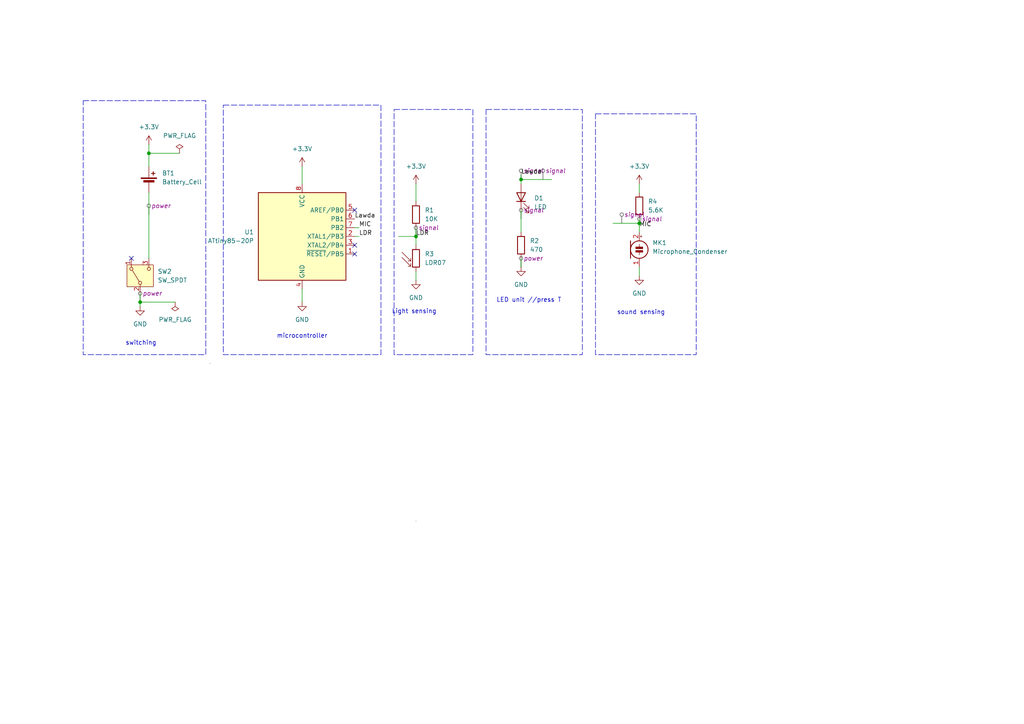
<source format=kicad_sch>
(kicad_sch
	(version 20231120)
	(generator "eeschema")
	(generator_version "8.0")
	(uuid "b5db81f8-b5ea-40da-8113-b900d74b8d49")
	(paper "A4")
	(title_block
		(title "elx diya")
		(date "2024-09-18")
		(rev "v1")
		(company "aka")
		(comment 1 "not mine technically")
	)
	(lib_symbols
		(symbol "Device:Battery_Cell"
			(pin_numbers hide)
			(pin_names
				(offset 0) hide)
			(exclude_from_sim no)
			(in_bom yes)
			(on_board yes)
			(property "Reference" "BT"
				(at 2.54 2.54 0)
				(effects
					(font
						(size 1.27 1.27)
					)
					(justify left)
				)
			)
			(property "Value" "Battery_Cell"
				(at 2.54 0 0)
				(effects
					(font
						(size 1.27 1.27)
					)
					(justify left)
				)
			)
			(property "Footprint" ""
				(at 0 1.524 90)
				(effects
					(font
						(size 1.27 1.27)
					)
					(hide yes)
				)
			)
			(property "Datasheet" "~"
				(at 0 1.524 90)
				(effects
					(font
						(size 1.27 1.27)
					)
					(hide yes)
				)
			)
			(property "Description" "Single-cell battery"
				(at 0 0 0)
				(effects
					(font
						(size 1.27 1.27)
					)
					(hide yes)
				)
			)
			(property "ki_keywords" "battery cell"
				(at 0 0 0)
				(effects
					(font
						(size 1.27 1.27)
					)
					(hide yes)
				)
			)
			(symbol "Battery_Cell_0_1"
				(rectangle
					(start -2.286 1.778)
					(end 2.286 1.524)
					(stroke
						(width 0)
						(type default)
					)
					(fill
						(type outline)
					)
				)
				(rectangle
					(start -1.524 1.016)
					(end 1.524 0.508)
					(stroke
						(width 0)
						(type default)
					)
					(fill
						(type outline)
					)
				)
				(polyline
					(pts
						(xy 0 0.762) (xy 0 0)
					)
					(stroke
						(width 0)
						(type default)
					)
					(fill
						(type none)
					)
				)
				(polyline
					(pts
						(xy 0 1.778) (xy 0 2.54)
					)
					(stroke
						(width 0)
						(type default)
					)
					(fill
						(type none)
					)
				)
				(polyline
					(pts
						(xy 0.762 3.048) (xy 1.778 3.048)
					)
					(stroke
						(width 0.254)
						(type default)
					)
					(fill
						(type none)
					)
				)
				(polyline
					(pts
						(xy 1.27 3.556) (xy 1.27 2.54)
					)
					(stroke
						(width 0.254)
						(type default)
					)
					(fill
						(type none)
					)
				)
			)
			(symbol "Battery_Cell_1_1"
				(pin passive line
					(at 0 5.08 270)
					(length 2.54)
					(name "+"
						(effects
							(font
								(size 1.27 1.27)
							)
						)
					)
					(number "1"
						(effects
							(font
								(size 1.27 1.27)
							)
						)
					)
				)
				(pin passive line
					(at 0 -2.54 90)
					(length 2.54)
					(name "-"
						(effects
							(font
								(size 1.27 1.27)
							)
						)
					)
					(number "2"
						(effects
							(font
								(size 1.27 1.27)
							)
						)
					)
				)
			)
		)
		(symbol "Device:LED"
			(pin_numbers hide)
			(pin_names
				(offset 1.016) hide)
			(exclude_from_sim no)
			(in_bom yes)
			(on_board yes)
			(property "Reference" "D"
				(at 0 2.54 0)
				(effects
					(font
						(size 1.27 1.27)
					)
				)
			)
			(property "Value" "LED"
				(at 0 -2.54 0)
				(effects
					(font
						(size 1.27 1.27)
					)
				)
			)
			(property "Footprint" ""
				(at 0 0 0)
				(effects
					(font
						(size 1.27 1.27)
					)
					(hide yes)
				)
			)
			(property "Datasheet" "~"
				(at 0 0 0)
				(effects
					(font
						(size 1.27 1.27)
					)
					(hide yes)
				)
			)
			(property "Description" "Light emitting diode"
				(at 0 0 0)
				(effects
					(font
						(size 1.27 1.27)
					)
					(hide yes)
				)
			)
			(property "ki_keywords" "LED diode"
				(at 0 0 0)
				(effects
					(font
						(size 1.27 1.27)
					)
					(hide yes)
				)
			)
			(property "ki_fp_filters" "LED* LED_SMD:* LED_THT:*"
				(at 0 0 0)
				(effects
					(font
						(size 1.27 1.27)
					)
					(hide yes)
				)
			)
			(symbol "LED_0_1"
				(polyline
					(pts
						(xy -1.27 -1.27) (xy -1.27 1.27)
					)
					(stroke
						(width 0.254)
						(type default)
					)
					(fill
						(type none)
					)
				)
				(polyline
					(pts
						(xy -1.27 0) (xy 1.27 0)
					)
					(stroke
						(width 0)
						(type default)
					)
					(fill
						(type none)
					)
				)
				(polyline
					(pts
						(xy 1.27 -1.27) (xy 1.27 1.27) (xy -1.27 0) (xy 1.27 -1.27)
					)
					(stroke
						(width 0.254)
						(type default)
					)
					(fill
						(type none)
					)
				)
				(polyline
					(pts
						(xy -3.048 -0.762) (xy -4.572 -2.286) (xy -3.81 -2.286) (xy -4.572 -2.286) (xy -4.572 -1.524)
					)
					(stroke
						(width 0)
						(type default)
					)
					(fill
						(type none)
					)
				)
				(polyline
					(pts
						(xy -1.778 -0.762) (xy -3.302 -2.286) (xy -2.54 -2.286) (xy -3.302 -2.286) (xy -3.302 -1.524)
					)
					(stroke
						(width 0)
						(type default)
					)
					(fill
						(type none)
					)
				)
			)
			(symbol "LED_1_1"
				(pin passive line
					(at -3.81 0 0)
					(length 2.54)
					(name "K"
						(effects
							(font
								(size 1.27 1.27)
							)
						)
					)
					(number "1"
						(effects
							(font
								(size 1.27 1.27)
							)
						)
					)
				)
				(pin passive line
					(at 3.81 0 180)
					(length 2.54)
					(name "A"
						(effects
							(font
								(size 1.27 1.27)
							)
						)
					)
					(number "2"
						(effects
							(font
								(size 1.27 1.27)
							)
						)
					)
				)
			)
		)
		(symbol "Device:Microphone_Condenser"
			(pin_names
				(offset 0.0254) hide)
			(exclude_from_sim no)
			(in_bom yes)
			(on_board yes)
			(property "Reference" "MK"
				(at -3.302 1.27 0)
				(effects
					(font
						(size 1.27 1.27)
					)
					(justify right)
				)
			)
			(property "Value" "Microphone_Condenser"
				(at -3.302 -0.635 0)
				(effects
					(font
						(size 1.27 1.27)
					)
					(justify right)
				)
			)
			(property "Footprint" ""
				(at 0 2.54 90)
				(effects
					(font
						(size 1.27 1.27)
					)
					(hide yes)
				)
			)
			(property "Datasheet" "~"
				(at 0 2.54 90)
				(effects
					(font
						(size 1.27 1.27)
					)
					(hide yes)
				)
			)
			(property "Description" "Condenser microphone"
				(at 0 0 0)
				(effects
					(font
						(size 1.27 1.27)
					)
					(hide yes)
				)
			)
			(property "ki_keywords" "capacitance condenser microphone"
				(at 0 0 0)
				(effects
					(font
						(size 1.27 1.27)
					)
					(hide yes)
				)
			)
			(symbol "Microphone_Condenser_0_1"
				(polyline
					(pts
						(xy -2.54 2.54) (xy -2.54 -2.54)
					)
					(stroke
						(width 0.254)
						(type default)
					)
					(fill
						(type none)
					)
				)
				(polyline
					(pts
						(xy 0 -0.762) (xy 0 -1.524)
					)
					(stroke
						(width 0)
						(type default)
					)
					(fill
						(type none)
					)
				)
				(polyline
					(pts
						(xy 0 0.762) (xy 0 1.524)
					)
					(stroke
						(width 0)
						(type default)
					)
					(fill
						(type none)
					)
				)
				(polyline
					(pts
						(xy 0.254 3.81) (xy 0.762 3.81)
					)
					(stroke
						(width 0)
						(type default)
					)
					(fill
						(type none)
					)
				)
				(polyline
					(pts
						(xy 0.508 4.064) (xy 0.508 3.556)
					)
					(stroke
						(width 0)
						(type default)
					)
					(fill
						(type none)
					)
				)
				(circle
					(center 0 0)
					(radius 2.54)
					(stroke
						(width 0.254)
						(type default)
					)
					(fill
						(type none)
					)
				)
				(rectangle
					(start 1.016 -0.254)
					(end -1.016 -0.762)
					(stroke
						(width 0)
						(type default)
					)
					(fill
						(type outline)
					)
				)
				(rectangle
					(start 1.016 0.762)
					(end -1.016 0.254)
					(stroke
						(width 0)
						(type default)
					)
					(fill
						(type outline)
					)
				)
			)
			(symbol "Microphone_Condenser_1_1"
				(pin passive line
					(at 0 -5.08 90)
					(length 2.54)
					(name "-"
						(effects
							(font
								(size 1.27 1.27)
							)
						)
					)
					(number "1"
						(effects
							(font
								(size 1.27 1.27)
							)
						)
					)
				)
				(pin passive line
					(at 0 5.08 270)
					(length 2.54)
					(name "+"
						(effects
							(font
								(size 1.27 1.27)
							)
						)
					)
					(number "2"
						(effects
							(font
								(size 1.27 1.27)
							)
						)
					)
				)
			)
		)
		(symbol "Device:R"
			(pin_numbers hide)
			(pin_names
				(offset 0)
			)
			(exclude_from_sim no)
			(in_bom yes)
			(on_board yes)
			(property "Reference" "R"
				(at 2.032 0 90)
				(effects
					(font
						(size 1.27 1.27)
					)
				)
			)
			(property "Value" "R"
				(at 0 0 90)
				(effects
					(font
						(size 1.27 1.27)
					)
				)
			)
			(property "Footprint" ""
				(at -1.778 0 90)
				(effects
					(font
						(size 1.27 1.27)
					)
					(hide yes)
				)
			)
			(property "Datasheet" "~"
				(at 0 0 0)
				(effects
					(font
						(size 1.27 1.27)
					)
					(hide yes)
				)
			)
			(property "Description" "Resistor"
				(at 0 0 0)
				(effects
					(font
						(size 1.27 1.27)
					)
					(hide yes)
				)
			)
			(property "ki_keywords" "R res resistor"
				(at 0 0 0)
				(effects
					(font
						(size 1.27 1.27)
					)
					(hide yes)
				)
			)
			(property "ki_fp_filters" "R_*"
				(at 0 0 0)
				(effects
					(font
						(size 1.27 1.27)
					)
					(hide yes)
				)
			)
			(symbol "R_0_1"
				(rectangle
					(start -1.016 -2.54)
					(end 1.016 2.54)
					(stroke
						(width 0.254)
						(type default)
					)
					(fill
						(type none)
					)
				)
			)
			(symbol "R_1_1"
				(pin passive line
					(at 0 3.81 270)
					(length 1.27)
					(name "~"
						(effects
							(font
								(size 1.27 1.27)
							)
						)
					)
					(number "1"
						(effects
							(font
								(size 1.27 1.27)
							)
						)
					)
				)
				(pin passive line
					(at 0 -3.81 90)
					(length 1.27)
					(name "~"
						(effects
							(font
								(size 1.27 1.27)
							)
						)
					)
					(number "2"
						(effects
							(font
								(size 1.27 1.27)
							)
						)
					)
				)
			)
		)
		(symbol "MCU_Microchip_ATtiny:ATtiny85-20P"
			(exclude_from_sim no)
			(in_bom yes)
			(on_board yes)
			(property "Reference" "U"
				(at -12.7 13.97 0)
				(effects
					(font
						(size 1.27 1.27)
					)
					(justify left bottom)
				)
			)
			(property "Value" "ATtiny85-20P"
				(at 2.54 -13.97 0)
				(effects
					(font
						(size 1.27 1.27)
					)
					(justify left top)
				)
			)
			(property "Footprint" "Package_DIP:DIP-8_W7.62mm"
				(at 0 0 0)
				(effects
					(font
						(size 1.27 1.27)
						(italic yes)
					)
					(hide yes)
				)
			)
			(property "Datasheet" "http://ww1.microchip.com/downloads/en/DeviceDoc/atmel-2586-avr-8-bit-microcontroller-attiny25-attiny45-attiny85_datasheet.pdf"
				(at 0 0 0)
				(effects
					(font
						(size 1.27 1.27)
					)
					(hide yes)
				)
			)
			(property "Description" "20MHz, 8kB Flash, 512B SRAM, 512B EEPROM, debugWIRE, DIP-8"
				(at 0 0 0)
				(effects
					(font
						(size 1.27 1.27)
					)
					(hide yes)
				)
			)
			(property "ki_keywords" "AVR 8bit Microcontroller tinyAVR"
				(at 0 0 0)
				(effects
					(font
						(size 1.27 1.27)
					)
					(hide yes)
				)
			)
			(property "ki_fp_filters" "DIP*W7.62mm*"
				(at 0 0 0)
				(effects
					(font
						(size 1.27 1.27)
					)
					(hide yes)
				)
			)
			(symbol "ATtiny85-20P_0_1"
				(rectangle
					(start -12.7 -12.7)
					(end 12.7 12.7)
					(stroke
						(width 0.254)
						(type default)
					)
					(fill
						(type background)
					)
				)
			)
			(symbol "ATtiny85-20P_1_1"
				(pin bidirectional line
					(at 15.24 -5.08 180)
					(length 2.54)
					(name "~{RESET}/PB5"
						(effects
							(font
								(size 1.27 1.27)
							)
						)
					)
					(number "1"
						(effects
							(font
								(size 1.27 1.27)
							)
						)
					)
				)
				(pin bidirectional line
					(at 15.24 0 180)
					(length 2.54)
					(name "XTAL1/PB3"
						(effects
							(font
								(size 1.27 1.27)
							)
						)
					)
					(number "2"
						(effects
							(font
								(size 1.27 1.27)
							)
						)
					)
				)
				(pin bidirectional line
					(at 15.24 -2.54 180)
					(length 2.54)
					(name "XTAL2/PB4"
						(effects
							(font
								(size 1.27 1.27)
							)
						)
					)
					(number "3"
						(effects
							(font
								(size 1.27 1.27)
							)
						)
					)
				)
				(pin power_in line
					(at 0 -15.24 90)
					(length 2.54)
					(name "GND"
						(effects
							(font
								(size 1.27 1.27)
							)
						)
					)
					(number "4"
						(effects
							(font
								(size 1.27 1.27)
							)
						)
					)
				)
				(pin bidirectional line
					(at 15.24 7.62 180)
					(length 2.54)
					(name "AREF/PB0"
						(effects
							(font
								(size 1.27 1.27)
							)
						)
					)
					(number "5"
						(effects
							(font
								(size 1.27 1.27)
							)
						)
					)
				)
				(pin bidirectional line
					(at 15.24 5.08 180)
					(length 2.54)
					(name "PB1"
						(effects
							(font
								(size 1.27 1.27)
							)
						)
					)
					(number "6"
						(effects
							(font
								(size 1.27 1.27)
							)
						)
					)
				)
				(pin bidirectional line
					(at 15.24 2.54 180)
					(length 2.54)
					(name "PB2"
						(effects
							(font
								(size 1.27 1.27)
							)
						)
					)
					(number "7"
						(effects
							(font
								(size 1.27 1.27)
							)
						)
					)
				)
				(pin power_in line
					(at 0 15.24 270)
					(length 2.54)
					(name "VCC"
						(effects
							(font
								(size 1.27 1.27)
							)
						)
					)
					(number "8"
						(effects
							(font
								(size 1.27 1.27)
							)
						)
					)
				)
			)
		)
		(symbol "Sensor_Optical:LDR07"
			(pin_numbers hide)
			(pin_names
				(offset 0)
			)
			(exclude_from_sim no)
			(in_bom yes)
			(on_board yes)
			(property "Reference" "R"
				(at -5.08 0 90)
				(effects
					(font
						(size 1.27 1.27)
					)
				)
			)
			(property "Value" "LDR07"
				(at 1.905 0 90)
				(effects
					(font
						(size 1.27 1.27)
					)
					(justify top)
				)
			)
			(property "Footprint" "OptoDevice:R_LDR_5.1x4.3mm_P3.4mm_Vertical"
				(at 4.445 0 90)
				(effects
					(font
						(size 1.27 1.27)
					)
					(hide yes)
				)
			)
			(property "Datasheet" "http://www.tme.eu/de/Document/f2e3ad76a925811312d226c31da4cd7e/LDR07.pdf"
				(at 0 -1.27 0)
				(effects
					(font
						(size 1.27 1.27)
					)
					(hide yes)
				)
			)
			(property "Description" "light dependent resistor"
				(at 0 0 0)
				(effects
					(font
						(size 1.27 1.27)
					)
					(hide yes)
				)
			)
			(property "ki_keywords" "light dependent photo resistor LDR"
				(at 0 0 0)
				(effects
					(font
						(size 1.27 1.27)
					)
					(hide yes)
				)
			)
			(property "ki_fp_filters" "R*LDR*5.1x4.3mm*P3.4mm*"
				(at 0 0 0)
				(effects
					(font
						(size 1.27 1.27)
					)
					(hide yes)
				)
			)
			(symbol "LDR07_0_1"
				(rectangle
					(start -1.016 2.54)
					(end 1.016 -2.54)
					(stroke
						(width 0.254)
						(type default)
					)
					(fill
						(type none)
					)
				)
				(polyline
					(pts
						(xy -1.524 -2.286) (xy -4.064 0.254)
					)
					(stroke
						(width 0)
						(type default)
					)
					(fill
						(type none)
					)
				)
				(polyline
					(pts
						(xy -1.524 -2.286) (xy -2.286 -2.286)
					)
					(stroke
						(width 0)
						(type default)
					)
					(fill
						(type none)
					)
				)
				(polyline
					(pts
						(xy -1.524 -2.286) (xy -1.524 -1.524)
					)
					(stroke
						(width 0)
						(type default)
					)
					(fill
						(type none)
					)
				)
				(polyline
					(pts
						(xy -1.524 -0.762) (xy -4.064 1.778)
					)
					(stroke
						(width 0)
						(type default)
					)
					(fill
						(type none)
					)
				)
				(polyline
					(pts
						(xy -1.524 -0.762) (xy -2.286 -0.762)
					)
					(stroke
						(width 0)
						(type default)
					)
					(fill
						(type none)
					)
				)
				(polyline
					(pts
						(xy -1.524 -0.762) (xy -1.524 0)
					)
					(stroke
						(width 0)
						(type default)
					)
					(fill
						(type none)
					)
				)
			)
			(symbol "LDR07_1_1"
				(pin passive line
					(at 0 3.81 270)
					(length 1.27)
					(name "~"
						(effects
							(font
								(size 1.27 1.27)
							)
						)
					)
					(number "1"
						(effects
							(font
								(size 1.27 1.27)
							)
						)
					)
				)
				(pin passive line
					(at 0 -3.81 90)
					(length 1.27)
					(name "~"
						(effects
							(font
								(size 1.27 1.27)
							)
						)
					)
					(number "2"
						(effects
							(font
								(size 1.27 1.27)
							)
						)
					)
				)
			)
		)
		(symbol "Switch:SW_SPDT"
			(pin_names
				(offset 0) hide)
			(exclude_from_sim no)
			(in_bom yes)
			(on_board yes)
			(property "Reference" "SW"
				(at 0 5.08 0)
				(effects
					(font
						(size 1.27 1.27)
					)
				)
			)
			(property "Value" "SW_SPDT"
				(at 0 -5.08 0)
				(effects
					(font
						(size 1.27 1.27)
					)
				)
			)
			(property "Footprint" ""
				(at 0 0 0)
				(effects
					(font
						(size 1.27 1.27)
					)
					(hide yes)
				)
			)
			(property "Datasheet" "~"
				(at 0 -7.62 0)
				(effects
					(font
						(size 1.27 1.27)
					)
					(hide yes)
				)
			)
			(property "Description" "Switch, single pole double throw"
				(at 0 0 0)
				(effects
					(font
						(size 1.27 1.27)
					)
					(hide yes)
				)
			)
			(property "ki_keywords" "switch single-pole double-throw spdt ON-ON"
				(at 0 0 0)
				(effects
					(font
						(size 1.27 1.27)
					)
					(hide yes)
				)
			)
			(symbol "SW_SPDT_0_1"
				(circle
					(center -2.032 0)
					(radius 0.4572)
					(stroke
						(width 0)
						(type default)
					)
					(fill
						(type none)
					)
				)
				(polyline
					(pts
						(xy -1.651 0.254) (xy 1.651 2.286)
					)
					(stroke
						(width 0)
						(type default)
					)
					(fill
						(type none)
					)
				)
				(circle
					(center 2.032 -2.54)
					(radius 0.4572)
					(stroke
						(width 0)
						(type default)
					)
					(fill
						(type none)
					)
				)
				(circle
					(center 2.032 2.54)
					(radius 0.4572)
					(stroke
						(width 0)
						(type default)
					)
					(fill
						(type none)
					)
				)
			)
			(symbol "SW_SPDT_1_1"
				(rectangle
					(start -3.175 3.81)
					(end 3.175 -3.81)
					(stroke
						(width 0)
						(type default)
					)
					(fill
						(type background)
					)
				)
				(pin passive line
					(at 5.08 2.54 180)
					(length 2.54)
					(name "A"
						(effects
							(font
								(size 1.27 1.27)
							)
						)
					)
					(number "1"
						(effects
							(font
								(size 1.27 1.27)
							)
						)
					)
				)
				(pin passive line
					(at -5.08 0 0)
					(length 2.54)
					(name "B"
						(effects
							(font
								(size 1.27 1.27)
							)
						)
					)
					(number "2"
						(effects
							(font
								(size 1.27 1.27)
							)
						)
					)
				)
				(pin passive line
					(at 5.08 -2.54 180)
					(length 2.54)
					(name "C"
						(effects
							(font
								(size 1.27 1.27)
							)
						)
					)
					(number "3"
						(effects
							(font
								(size 1.27 1.27)
							)
						)
					)
				)
			)
		)
		(symbol "power:+3.3V"
			(power)
			(pin_numbers hide)
			(pin_names
				(offset 0) hide)
			(exclude_from_sim no)
			(in_bom yes)
			(on_board yes)
			(property "Reference" "#PWR"
				(at 0 -3.81 0)
				(effects
					(font
						(size 1.27 1.27)
					)
					(hide yes)
				)
			)
			(property "Value" "+3.3V"
				(at 0 3.556 0)
				(effects
					(font
						(size 1.27 1.27)
					)
				)
			)
			(property "Footprint" ""
				(at 0 0 0)
				(effects
					(font
						(size 1.27 1.27)
					)
					(hide yes)
				)
			)
			(property "Datasheet" ""
				(at 0 0 0)
				(effects
					(font
						(size 1.27 1.27)
					)
					(hide yes)
				)
			)
			(property "Description" "Power symbol creates a global label with name \"+3.3V\""
				(at 0 0 0)
				(effects
					(font
						(size 1.27 1.27)
					)
					(hide yes)
				)
			)
			(property "ki_keywords" "global power"
				(at 0 0 0)
				(effects
					(font
						(size 1.27 1.27)
					)
					(hide yes)
				)
			)
			(symbol "+3.3V_0_1"
				(polyline
					(pts
						(xy -0.762 1.27) (xy 0 2.54)
					)
					(stroke
						(width 0)
						(type default)
					)
					(fill
						(type none)
					)
				)
				(polyline
					(pts
						(xy 0 0) (xy 0 2.54)
					)
					(stroke
						(width 0)
						(type default)
					)
					(fill
						(type none)
					)
				)
				(polyline
					(pts
						(xy 0 2.54) (xy 0.762 1.27)
					)
					(stroke
						(width 0)
						(type default)
					)
					(fill
						(type none)
					)
				)
			)
			(symbol "+3.3V_1_1"
				(pin power_in line
					(at 0 0 90)
					(length 0)
					(name "~"
						(effects
							(font
								(size 1.27 1.27)
							)
						)
					)
					(number "1"
						(effects
							(font
								(size 1.27 1.27)
							)
						)
					)
				)
			)
		)
		(symbol "power:GND"
			(power)
			(pin_numbers hide)
			(pin_names
				(offset 0) hide)
			(exclude_from_sim no)
			(in_bom yes)
			(on_board yes)
			(property "Reference" "#PWR"
				(at 0 -6.35 0)
				(effects
					(font
						(size 1.27 1.27)
					)
					(hide yes)
				)
			)
			(property "Value" "GND"
				(at 0 -3.81 0)
				(effects
					(font
						(size 1.27 1.27)
					)
				)
			)
			(property "Footprint" ""
				(at 0 0 0)
				(effects
					(font
						(size 1.27 1.27)
					)
					(hide yes)
				)
			)
			(property "Datasheet" ""
				(at 0 0 0)
				(effects
					(font
						(size 1.27 1.27)
					)
					(hide yes)
				)
			)
			(property "Description" "Power symbol creates a global label with name \"GND\" , ground"
				(at 0 0 0)
				(effects
					(font
						(size 1.27 1.27)
					)
					(hide yes)
				)
			)
			(property "ki_keywords" "global power"
				(at 0 0 0)
				(effects
					(font
						(size 1.27 1.27)
					)
					(hide yes)
				)
			)
			(symbol "GND_0_1"
				(polyline
					(pts
						(xy 0 0) (xy 0 -1.27) (xy 1.27 -1.27) (xy 0 -2.54) (xy -1.27 -1.27) (xy 0 -1.27)
					)
					(stroke
						(width 0)
						(type default)
					)
					(fill
						(type none)
					)
				)
			)
			(symbol "GND_1_1"
				(pin power_in line
					(at 0 0 270)
					(length 0)
					(name "~"
						(effects
							(font
								(size 1.27 1.27)
							)
						)
					)
					(number "1"
						(effects
							(font
								(size 1.27 1.27)
							)
						)
					)
				)
			)
		)
		(symbol "power:PWR_FLAG"
			(power)
			(pin_numbers hide)
			(pin_names
				(offset 0) hide)
			(exclude_from_sim no)
			(in_bom yes)
			(on_board yes)
			(property "Reference" "#FLG"
				(at 0 1.905 0)
				(effects
					(font
						(size 1.27 1.27)
					)
					(hide yes)
				)
			)
			(property "Value" "PWR_FLAG"
				(at 0 3.81 0)
				(effects
					(font
						(size 1.27 1.27)
					)
				)
			)
			(property "Footprint" ""
				(at 0 0 0)
				(effects
					(font
						(size 1.27 1.27)
					)
					(hide yes)
				)
			)
			(property "Datasheet" "~"
				(at 0 0 0)
				(effects
					(font
						(size 1.27 1.27)
					)
					(hide yes)
				)
			)
			(property "Description" "Special symbol for telling ERC where power comes from"
				(at 0 0 0)
				(effects
					(font
						(size 1.27 1.27)
					)
					(hide yes)
				)
			)
			(property "ki_keywords" "flag power"
				(at 0 0 0)
				(effects
					(font
						(size 1.27 1.27)
					)
					(hide yes)
				)
			)
			(symbol "PWR_FLAG_0_0"
				(pin power_out line
					(at 0 0 90)
					(length 0)
					(name "~"
						(effects
							(font
								(size 1.27 1.27)
							)
						)
					)
					(number "1"
						(effects
							(font
								(size 1.27 1.27)
							)
						)
					)
				)
			)
			(symbol "PWR_FLAG_0_1"
				(polyline
					(pts
						(xy 0 0) (xy 0 1.27) (xy -1.016 1.905) (xy 0 2.54) (xy 1.016 1.905) (xy 0 1.27)
					)
					(stroke
						(width 0)
						(type default)
					)
					(fill
						(type none)
					)
				)
			)
		)
	)
	(junction
		(at 40.64 87.63)
		(diameter 0)
		(color 0 0 0 0)
		(uuid "09297403-1900-4ac4-bca3-d139769f9e1c")
	)
	(junction
		(at 185.42 64.77)
		(diameter 0)
		(color 0 0 0 0)
		(uuid "29693411-99d0-4900-bd82-8ba511f9b7a5")
	)
	(junction
		(at 151.13 52.07)
		(diameter 0)
		(color 0 0 0 0)
		(uuid "3b2d9fb5-78b3-4b61-bb33-e6d04cbf422b")
	)
	(junction
		(at 43.18 44.45)
		(diameter 0)
		(color 0 0 0 0)
		(uuid "bbc2df9a-77c4-4b0a-9403-3413c501f575")
	)
	(junction
		(at 120.65 68.58)
		(diameter 0)
		(color 0 0 0 0)
		(uuid "e10d2792-06e7-44c4-8c88-d18674f3fb21")
	)
	(no_connect
		(at 38.1 74.93)
		(uuid "32777af2-395c-4542-8d31-4251dc1b2915")
	)
	(no_connect
		(at 102.87 71.12)
		(uuid "8444c86c-e852-4dc6-b2c4-549f4b07906f")
	)
	(no_connect
		(at 102.87 60.96)
		(uuid "f5c323aa-cef3-4ba2-afbb-50c8d6ac0bc6")
	)
	(no_connect
		(at 102.87 73.66)
		(uuid "ff385d1e-299c-4586-8d00-d8b00b9e543e")
	)
	(wire
		(pts
			(xy 120.65 68.58) (xy 120.65 71.12)
		)
		(stroke
			(width 0)
			(type default)
		)
		(uuid "20760dd4-95d4-4912-ac62-8c5799fe87bd")
	)
	(wire
		(pts
			(xy 185.42 77.47) (xy 185.42 80.01)
		)
		(stroke
			(width 0)
			(type default)
		)
		(uuid "25c366ce-c26f-44b9-9872-cde8d2f74931")
	)
	(wire
		(pts
			(xy 104.14 68.58) (xy 102.87 68.58)
		)
		(stroke
			(width 0)
			(type default)
		)
		(uuid "29655e0b-aca6-4c76-8bb8-5a6bfa9347da")
	)
	(wire
		(pts
			(xy 185.42 64.77) (xy 185.42 67.31)
		)
		(stroke
			(width 0)
			(type default)
		)
		(uuid "2f2c85be-fe08-41d2-a450-8323521a87fb")
	)
	(wire
		(pts
			(xy 43.18 44.45) (xy 52.07 44.45)
		)
		(stroke
			(width 0)
			(type default)
		)
		(uuid "37a9d45d-0c11-467c-ba39-812a7894fca6")
	)
	(wire
		(pts
			(xy 120.65 53.34) (xy 120.65 58.42)
		)
		(stroke
			(width 0)
			(type default)
		)
		(uuid "38fd25db-2a1b-41e8-a3b8-52da0d04b6a0")
	)
	(wire
		(pts
			(xy 177.8 64.77) (xy 185.42 64.77)
		)
		(stroke
			(width 0)
			(type default)
		)
		(uuid "3958ef6e-4be9-44c9-81b3-6c128f63b739")
	)
	(wire
		(pts
			(xy 87.63 83.82) (xy 87.63 87.63)
		)
		(stroke
			(width 0)
			(type default)
		)
		(uuid "49cb51c0-511d-4e6b-b7c8-6b203c7eec33")
	)
	(wire
		(pts
			(xy 43.18 55.88) (xy 43.18 74.93)
		)
		(stroke
			(width 0)
			(type default)
		)
		(uuid "52405d0f-e731-4bbb-a397-cc88544a1dda")
	)
	(wire
		(pts
			(xy 115.57 68.58) (xy 120.65 68.58)
		)
		(stroke
			(width 0)
			(type default)
		)
		(uuid "5a35e5a5-b08b-4323-b35a-0ea81d6958c2")
	)
	(wire
		(pts
			(xy 40.64 88.9) (xy 40.64 87.63)
		)
		(stroke
			(width 0)
			(type default)
		)
		(uuid "73f44a9f-b2cc-430a-99d2-41d269c3941e")
	)
	(wire
		(pts
			(xy 87.63 48.26) (xy 87.63 53.34)
		)
		(stroke
			(width 0)
			(type default)
		)
		(uuid "7b4a1266-ac08-4737-8d07-e8f26d6109c4")
	)
	(wire
		(pts
			(xy 120.65 66.04) (xy 120.65 68.58)
		)
		(stroke
			(width 0)
			(type default)
		)
		(uuid "8b5a8abf-1662-4629-af99-7ba59abb98f6")
	)
	(wire
		(pts
			(xy 151.13 52.07) (xy 151.13 53.34)
		)
		(stroke
			(width 0)
			(type default)
		)
		(uuid "8d1030fa-335b-491c-9132-910be2bdc949")
	)
	(wire
		(pts
			(xy 151.13 50.8) (xy 151.13 52.07)
		)
		(stroke
			(width 0)
			(type default)
		)
		(uuid "8e633a50-8555-40a6-9081-b8e0152ad15c")
	)
	(wire
		(pts
			(xy 43.18 41.91) (xy 43.18 44.45)
		)
		(stroke
			(width 0)
			(type default)
		)
		(uuid "a042d468-6ba1-493e-824e-b925e4611ce3")
	)
	(wire
		(pts
			(xy 120.65 78.74) (xy 120.65 81.28)
		)
		(stroke
			(width 0)
			(type default)
		)
		(uuid "a0f8d898-0feb-4f0b-94a1-cf257fdc8ced")
	)
	(wire
		(pts
			(xy 151.13 52.07) (xy 160.02 52.07)
		)
		(stroke
			(width 0)
			(type default)
		)
		(uuid "c46b3feb-2602-4c9d-a2e2-b1eab6b6fdf4")
	)
	(wire
		(pts
			(xy 151.13 60.96) (xy 151.13 67.31)
		)
		(stroke
			(width 0)
			(type default)
		)
		(uuid "c65b2e3e-9a7d-4b6b-8168-dda63d857eb9")
	)
	(wire
		(pts
			(xy 43.18 44.45) (xy 43.18 48.26)
		)
		(stroke
			(width 0)
			(type default)
		)
		(uuid "d4973710-4dc0-42f9-b48e-c63ffba6ecfe")
	)
	(wire
		(pts
			(xy 185.42 53.34) (xy 185.42 55.88)
		)
		(stroke
			(width 0)
			(type default)
		)
		(uuid "e26bbb5f-2e44-49fa-87f0-e7e3209160da")
	)
	(wire
		(pts
			(xy 40.64 87.63) (xy 40.64 85.09)
		)
		(stroke
			(width 0)
			(type default)
		)
		(uuid "e27f2c8c-ab7a-4b9f-aec8-cbd15fc5947a")
	)
	(wire
		(pts
			(xy 151.13 74.93) (xy 151.13 77.47)
		)
		(stroke
			(width 0)
			(type default)
		)
		(uuid "e39d175d-d0c7-4ead-a290-8e4045cb9226")
	)
	(wire
		(pts
			(xy 102.87 66.04) (xy 104.14 66.04)
		)
		(stroke
			(width 0)
			(type default)
		)
		(uuid "e3efcd4c-4d1e-4949-8ef6-1f1d54ee3f93")
	)
	(wire
		(pts
			(xy 40.64 87.63) (xy 50.8 87.63)
		)
		(stroke
			(width 0)
			(type default)
		)
		(uuid "f05bd8f1-5d5c-4265-ac99-9bc8186ac8d3")
	)
	(wire
		(pts
			(xy 185.42 63.5) (xy 185.42 64.77)
		)
		(stroke
			(width 0)
			(type default)
		)
		(uuid "f42c81b7-0a6e-4b82-a214-baa3a2ad540f")
	)
	(rectangle
		(start 24.13 29.21)
		(end 59.69 102.87)
		(stroke
			(width 0)
			(type dash)
		)
		(fill
			(type none)
		)
		(uuid 206d79f9-6880-4871-a0df-6aa4ae3da17d)
	)
	(rectangle
		(start 60.96 105.41)
		(end 60.96 105.41)
		(stroke
			(width 0)
			(type default)
		)
		(fill
			(type none)
		)
		(uuid 322491f3-e540-43ff-80bc-3a58d766a978)
	)
	(rectangle
		(start 120.65 151.13)
		(end 120.65 151.13)
		(stroke
			(width 0)
			(type default)
		)
		(fill
			(type none)
		)
		(uuid 4581ba60-96fb-49c3-89be-5ef37fc017c4)
	)
	(rectangle
		(start 114.3 31.75)
		(end 137.16 102.87)
		(stroke
			(width 0)
			(type dash)
		)
		(fill
			(type none)
		)
		(uuid 8ff920ec-f311-4f0f-a5f9-5817874e8964)
	)
	(rectangle
		(start 172.72 33.02)
		(end 201.93 102.87)
		(stroke
			(width 0)
			(type dash)
		)
		(fill
			(type none)
		)
		(uuid cdf10fe2-0d60-4771-a26e-754a0bd78672)
	)
	(rectangle
		(start 64.77 30.48)
		(end 110.49 102.87)
		(stroke
			(width 0)
			(type dash)
		)
		(fill
			(type none)
		)
		(uuid e6c38219-9161-48b5-aa17-305a5021f431)
	)
	(rectangle
		(start 140.97 31.75)
		(end 168.91 102.87)
		(stroke
			(width 0)
			(type dash)
		)
		(fill
			(type none)
		)
		(uuid ed5cd80e-a1b8-4ffc-b793-5e7890316e1c)
	)
	(text "microcontroller\n"
		(exclude_from_sim no)
		(at 87.63 97.536 0)
		(effects
			(font
				(size 1.27 1.27)
			)
		)
		(uuid "067d012a-0f5d-4cac-963f-adcee64f3e5b")
	)
	(text "Light sensing"
		(exclude_from_sim no)
		(at 120.142 90.424 0)
		(effects
			(font
				(size 1.27 1.27)
			)
		)
		(uuid "48cc0c93-a7b1-4f7c-adc7-bdd14363e26b")
	)
	(text "sound sensing"
		(exclude_from_sim no)
		(at 185.928 90.678 0)
		(effects
			(font
				(size 1.27 1.27)
			)
		)
		(uuid "4bbe2fd0-335a-43ac-a2d8-6261742485ab")
	)
	(text "LED unit //press T\n"
		(exclude_from_sim no)
		(at 153.416 87.122 0)
		(effects
			(font
				(size 1.27 1.27)
			)
		)
		(uuid "724be638-a4a7-472e-957e-8762815425a8")
	)
	(text "switching\n"
		(exclude_from_sim no)
		(at 40.894 99.568 0)
		(effects
			(font
				(size 1.27 1.27)
			)
		)
		(uuid "9b99fffa-22e1-42f2-923b-0bfad2f58b55")
	)
	(label "MIC"
		(at 185.42 66.04 0)
		(fields_autoplaced yes)
		(effects
			(font
				(size 1.27 1.27)
			)
			(justify left bottom)
		)
		(uuid "1ddfc139-b683-477b-b63b-a2eb34c3ce3b")
	)
	(label "LDR"
		(at 120.65 68.58 0)
		(fields_autoplaced yes)
		(effects
			(font
				(size 1.27 1.27)
			)
			(justify left bottom)
		)
		(uuid "5eb22105-d4ee-43be-a75a-3efa47e13e41")
	)
	(label "Lawda"
		(at 102.87 63.5 0)
		(fields_autoplaced yes)
		(effects
			(font
				(size 1.27 1.27)
			)
			(justify left bottom)
		)
		(uuid "8e0ab0a0-abf2-499b-87bf-ac3fe38a70f3")
	)
	(label "LDR"
		(at 104.14 68.58 0)
		(fields_autoplaced yes)
		(effects
			(font
				(size 1.27 1.27)
			)
			(justify left bottom)
		)
		(uuid "8e1c2f71-03a7-49f6-8a6b-ca5d54776d92")
	)
	(label "MIC"
		(at 104.14 66.04 0)
		(fields_autoplaced yes)
		(effects
			(font
				(size 1.27 1.27)
			)
			(justify left bottom)
		)
		(uuid "acf47d82-5a93-454c-afdd-e2f7ea741616")
	)
	(label "Lawda"
		(at 151.13 50.8 0)
		(fields_autoplaced yes)
		(effects
			(font
				(size 1.27 1.27)
			)
			(justify left bottom)
		)
		(uuid "f32b47fd-f9be-4275-9a3c-07fc65ec30a0")
	)
	(netclass_flag ""
		(length 2.54)
		(shape round)
		(at 40.64 87.63 0)
		(fields_autoplaced yes)
		(effects
			(font
				(size 1.27 1.27)
			)
			(justify left bottom)
		)
		(uuid "366859da-af7d-40fa-b885-a2d8be167e03")
		(property "Netclass" "power"
			(at 41.3385 85.09 0)
			(effects
				(font
					(size 1.27 1.27)
					(italic yes)
				)
				(justify left)
			)
		)
	)
	(netclass_flag ""
		(length 2.54)
		(shape round)
		(at 151.13 52.07 0)
		(fields_autoplaced yes)
		(effects
			(font
				(size 1.27 1.27)
			)
			(justify left bottom)
		)
		(uuid "46b92321-e5ae-4592-b273-fa08222e78ad")
		(property "Netclass" "signal"
			(at 151.8285 49.53 0)
			(effects
				(font
					(size 1.27 1.27)
					(italic yes)
				)
				(justify left)
			)
		)
	)
	(netclass_flag ""
		(length 2.54)
		(shape round)
		(at 43.18 62.23 0)
		(fields_autoplaced yes)
		(effects
			(font
				(size 1.27 1.27)
			)
			(justify left bottom)
		)
		(uuid "61082987-73df-4be1-af05-0177fe59cb4d")
		(property "Netclass" "power"
			(at 43.8785 59.69 0)
			(effects
				(font
					(size 1.27 1.27)
					(italic yes)
				)
				(justify left)
			)
		)
	)
	(netclass_flag ""
		(length 2.54)
		(shape round)
		(at 151.13 63.5 0)
		(fields_autoplaced yes)
		(effects
			(font
				(size 1.27 1.27)
			)
			(justify left bottom)
		)
		(uuid "6a6aed46-1987-4054-87e9-cc6679696354")
		(property "Netclass" "signal"
			(at 151.8285 60.96 0)
			(effects
				(font
					(size 1.27 1.27)
					(italic yes)
				)
				(justify left)
			)
		)
	)
	(netclass_flag ""
		(length 2.54)
		(shape round)
		(at 180.34 64.77 0)
		(fields_autoplaced yes)
		(effects
			(font
				(size 1.27 1.27)
			)
			(justify left bottom)
		)
		(uuid "80551dde-5480-448c-87d8-af6c658f4e04")
		(property "Netclass" "signal"
			(at 181.0385 62.23 0)
			(effects
				(font
					(size 1.27 1.27)
					(italic yes)
				)
				(justify left)
			)
		)
	)
	(netclass_flag ""
		(length 2.54)
		(shape round)
		(at 185.42 66.04 0)
		(fields_autoplaced yes)
		(effects
			(font
				(size 1.27 1.27)
			)
			(justify left bottom)
		)
		(uuid "a0601b7c-da98-47b6-ace0-ee0c7d9d5ee6")
		(property "Netclass" "signal"
			(at 186.1185 63.5 0)
			(effects
				(font
					(size 1.27 1.27)
					(italic yes)
				)
				(justify left)
			)
		)
	)
	(netclass_flag ""
		(length 2.54)
		(shape round)
		(at 151.13 77.47 0)
		(fields_autoplaced yes)
		(effects
			(font
				(size 1.27 1.27)
			)
			(justify left bottom)
		)
		(uuid "bd617fc3-075a-4ba8-a7da-31a53ac88780")
		(property "Netclass" "power"
			(at 151.8285 74.93 0)
			(effects
				(font
					(size 1.27 1.27)
					(italic yes)
				)
				(justify left)
			)
		)
	)
	(netclass_flag ""
		(length 2.54)
		(shape round)
		(at 120.65 68.58 0)
		(fields_autoplaced yes)
		(effects
			(font
				(size 1.27 1.27)
			)
			(justify left bottom)
		)
		(uuid "d7488139-e8a5-4dbd-817f-5a18f115fa5a")
		(property "Netclass" "signal"
			(at 121.3485 66.04 0)
			(effects
				(font
					(size 1.27 1.27)
					(italic yes)
				)
				(justify left)
			)
		)
	)
	(netclass_flag ""
		(length 2.54)
		(shape round)
		(at 157.48 52.07 0)
		(fields_autoplaced yes)
		(effects
			(font
				(size 1.27 1.27)
			)
			(justify left bottom)
		)
		(uuid "f51361f5-4efc-4641-8584-1384081dd09d")
		(property "Netclass" "signal"
			(at 158.1785 49.53 0)
			(effects
				(font
					(size 1.27 1.27)
					(italic yes)
				)
				(justify left)
			)
		)
	)
	(symbol
		(lib_id "power:+3.3V")
		(at 120.65 53.34 0)
		(unit 1)
		(exclude_from_sim no)
		(in_bom yes)
		(on_board yes)
		(dnp no)
		(fields_autoplaced yes)
		(uuid "03c4d60d-b823-4de8-a0ca-d8342528947f")
		(property "Reference" "#PWR06"
			(at 120.65 57.15 0)
			(effects
				(font
					(size 1.27 1.27)
				)
				(hide yes)
			)
		)
		(property "Value" "+3.3V"
			(at 120.65 48.26 0)
			(effects
				(font
					(size 1.27 1.27)
				)
			)
		)
		(property "Footprint" ""
			(at 120.65 53.34 0)
			(effects
				(font
					(size 1.27 1.27)
				)
				(hide yes)
			)
		)
		(property "Datasheet" ""
			(at 120.65 53.34 0)
			(effects
				(font
					(size 1.27 1.27)
				)
				(hide yes)
			)
		)
		(property "Description" "Power symbol creates a global label with name \"+3.3V\""
			(at 120.65 53.34 0)
			(effects
				(font
					(size 1.27 1.27)
				)
				(hide yes)
			)
		)
		(pin "1"
			(uuid "e1cb163a-d772-47da-96a1-f749e2ac486b")
		)
		(instances
			(project "tri1"
				(path "/b5db81f8-b5ea-40da-8113-b900d74b8d49"
					(reference "#PWR06")
					(unit 1)
				)
			)
		)
	)
	(symbol
		(lib_id "power:GND")
		(at 87.63 87.63 0)
		(unit 1)
		(exclude_from_sim no)
		(in_bom yes)
		(on_board yes)
		(dnp no)
		(fields_autoplaced yes)
		(uuid "1e621b92-1532-4459-8fd1-553ab4b609cc")
		(property "Reference" "#PWR01"
			(at 87.63 93.98 0)
			(effects
				(font
					(size 1.27 1.27)
				)
				(hide yes)
			)
		)
		(property "Value" "GND"
			(at 87.63 92.71 0)
			(effects
				(font
					(size 1.27 1.27)
				)
			)
		)
		(property "Footprint" ""
			(at 87.63 87.63 0)
			(effects
				(font
					(size 1.27 1.27)
				)
				(hide yes)
			)
		)
		(property "Datasheet" ""
			(at 87.63 87.63 0)
			(effects
				(font
					(size 1.27 1.27)
				)
				(hide yes)
			)
		)
		(property "Description" "Power symbol creates a global label with name \"GND\" , ground"
			(at 87.63 87.63 0)
			(effects
				(font
					(size 1.27 1.27)
				)
				(hide yes)
			)
		)
		(pin "1"
			(uuid "056882d4-9b65-4b6f-9fe7-2021a50fb3f2")
		)
		(instances
			(project ""
				(path "/b5db81f8-b5ea-40da-8113-b900d74b8d49"
					(reference "#PWR01")
					(unit 1)
				)
			)
		)
	)
	(symbol
		(lib_id "Device:Battery_Cell")
		(at 43.18 53.34 0)
		(unit 1)
		(exclude_from_sim no)
		(in_bom yes)
		(on_board yes)
		(dnp no)
		(fields_autoplaced yes)
		(uuid "1fd74c07-5001-4062-b446-6cd32a9ebab3")
		(property "Reference" "BT1"
			(at 46.99 50.2284 0)
			(effects
				(font
					(size 1.27 1.27)
				)
				(justify left)
			)
		)
		(property "Value" "Battery_Cell"
			(at 46.99 52.7684 0)
			(effects
				(font
					(size 1.27 1.27)
				)
				(justify left)
			)
		)
		(property "Footprint" "Battery:BatteryHolder_Keystone_103_1x20mm"
			(at 43.18 51.816 90)
			(effects
				(font
					(size 1.27 1.27)
				)
				(hide yes)
			)
		)
		(property "Datasheet" "~"
			(at 43.18 51.816 90)
			(effects
				(font
					(size 1.27 1.27)
				)
				(hide yes)
			)
		)
		(property "Description" "Single-cell battery"
			(at 43.18 53.34 0)
			(effects
				(font
					(size 1.27 1.27)
				)
				(hide yes)
			)
		)
		(pin "1"
			(uuid "ddd527e7-d403-4087-9676-8c02bfbd1088")
		)
		(pin "2"
			(uuid "49d6795d-42dd-4e24-9cbd-51e2eb650a93")
		)
		(instances
			(project ""
				(path "/b5db81f8-b5ea-40da-8113-b900d74b8d49"
					(reference "BT1")
					(unit 1)
				)
			)
		)
	)
	(symbol
		(lib_id "power:GND")
		(at 40.64 88.9 0)
		(unit 1)
		(exclude_from_sim no)
		(in_bom yes)
		(on_board yes)
		(dnp no)
		(fields_autoplaced yes)
		(uuid "284fffdb-0aa0-4d5e-9e4f-84d7ab73c084")
		(property "Reference" "#PWR09"
			(at 40.64 95.25 0)
			(effects
				(font
					(size 1.27 1.27)
				)
				(hide yes)
			)
		)
		(property "Value" "GND"
			(at 40.64 93.98 0)
			(effects
				(font
					(size 1.27 1.27)
				)
			)
		)
		(property "Footprint" ""
			(at 40.64 88.9 0)
			(effects
				(font
					(size 1.27 1.27)
				)
				(hide yes)
			)
		)
		(property "Datasheet" ""
			(at 40.64 88.9 0)
			(effects
				(font
					(size 1.27 1.27)
				)
				(hide yes)
			)
		)
		(property "Description" "Power symbol creates a global label with name \"GND\" , ground"
			(at 40.64 88.9 0)
			(effects
				(font
					(size 1.27 1.27)
				)
				(hide yes)
			)
		)
		(pin "1"
			(uuid "037583d4-e68a-4a1e-8d79-bbf6f1d79c68")
		)
		(instances
			(project "tri1"
				(path "/b5db81f8-b5ea-40da-8113-b900d74b8d49"
					(reference "#PWR09")
					(unit 1)
				)
			)
		)
	)
	(symbol
		(lib_id "Sensor_Optical:LDR07")
		(at 120.65 74.93 0)
		(unit 1)
		(exclude_from_sim no)
		(in_bom yes)
		(on_board yes)
		(dnp no)
		(fields_autoplaced yes)
		(uuid "3abecfb1-f55f-4373-9aa5-f65a9683c008")
		(property "Reference" "R3"
			(at 123.19 73.6599 0)
			(effects
				(font
					(size 1.27 1.27)
				)
				(justify left)
			)
		)
		(property "Value" "LDR07"
			(at 123.19 76.1999 0)
			(effects
				(font
					(size 1.27 1.27)
				)
				(justify left)
			)
		)
		(property "Footprint" "OptoDevice:R_LDR_5.1x4.3mm_P3.4mm_Vertical"
			(at 125.095 74.93 90)
			(effects
				(font
					(size 1.27 1.27)
				)
				(hide yes)
			)
		)
		(property "Datasheet" "http://www.tme.eu/de/Document/f2e3ad76a925811312d226c31da4cd7e/LDR07.pdf"
			(at 120.65 76.2 0)
			(effects
				(font
					(size 1.27 1.27)
				)
				(hide yes)
			)
		)
		(property "Description" "light dependent resistor"
			(at 120.65 74.93 0)
			(effects
				(font
					(size 1.27 1.27)
				)
				(hide yes)
			)
		)
		(pin "2"
			(uuid "a0cbd4d4-94d0-4c20-9d56-7c24cac0b547")
		)
		(pin "1"
			(uuid "64821f79-0e3f-411f-a857-286c1d9a81fe")
		)
		(instances
			(project ""
				(path "/b5db81f8-b5ea-40da-8113-b900d74b8d49"
					(reference "R3")
					(unit 1)
				)
			)
		)
	)
	(symbol
		(lib_id "power:+3.3V")
		(at 87.63 48.26 0)
		(unit 1)
		(exclude_from_sim no)
		(in_bom yes)
		(on_board yes)
		(dnp no)
		(fields_autoplaced yes)
		(uuid "403ed357-862e-42ba-b1b9-e6d905e8c131")
		(property "Reference" "#PWR02"
			(at 87.63 52.07 0)
			(effects
				(font
					(size 1.27 1.27)
				)
				(hide yes)
			)
		)
		(property "Value" "+3.3V"
			(at 87.63 43.18 0)
			(effects
				(font
					(size 1.27 1.27)
				)
			)
		)
		(property "Footprint" ""
			(at 87.63 48.26 0)
			(effects
				(font
					(size 1.27 1.27)
				)
				(hide yes)
			)
		)
		(property "Datasheet" ""
			(at 87.63 48.26 0)
			(effects
				(font
					(size 1.27 1.27)
				)
				(hide yes)
			)
		)
		(property "Description" "Power symbol creates a global label with name \"+3.3V\""
			(at 87.63 48.26 0)
			(effects
				(font
					(size 1.27 1.27)
				)
				(hide yes)
			)
		)
		(pin "1"
			(uuid "ce83d173-ffbb-4e4a-956a-e8ed7da6d8ad")
		)
		(instances
			(project ""
				(path "/b5db81f8-b5ea-40da-8113-b900d74b8d49"
					(reference "#PWR02")
					(unit 1)
				)
			)
		)
	)
	(symbol
		(lib_id "Switch:SW_SPDT")
		(at 40.64 80.01 90)
		(unit 1)
		(exclude_from_sim no)
		(in_bom yes)
		(on_board yes)
		(dnp no)
		(fields_autoplaced yes)
		(uuid "4301d409-2720-462e-8fa8-959dc57c5d67")
		(property "Reference" "SW2"
			(at 45.72 78.7399 90)
			(effects
				(font
					(size 1.27 1.27)
				)
				(justify right)
			)
		)
		(property "Value" "SW_SPDT"
			(at 45.72 81.2799 90)
			(effects
				(font
					(size 1.27 1.27)
				)
				(justify right)
			)
		)
		(property "Footprint" "Button_Switch_SMD:SW_SPDT_CK_JS102011SAQN"
			(at 40.64 80.01 0)
			(effects
				(font
					(size 1.27 1.27)
				)
				(hide yes)
			)
		)
		(property "Datasheet" "~"
			(at 48.26 80.01 0)
			(effects
				(font
					(size 1.27 1.27)
				)
				(hide yes)
			)
		)
		(property "Description" "Switch, single pole double throw"
			(at 40.64 80.01 0)
			(effects
				(font
					(size 1.27 1.27)
				)
				(hide yes)
			)
		)
		(pin "2"
			(uuid "ccac1233-fd83-4080-b1c4-89ff8dd5a4f1")
		)
		(pin "3"
			(uuid "9b7d76ea-0773-4d21-bcbe-5caec243aa2c")
		)
		(pin "1"
			(uuid "a2a28b6a-831e-4e1d-ab28-b7b999f761fc")
		)
		(instances
			(project ""
				(path "/b5db81f8-b5ea-40da-8113-b900d74b8d49"
					(reference "SW2")
					(unit 1)
				)
			)
		)
	)
	(symbol
		(lib_id "Device:LED")
		(at 151.13 57.15 90)
		(unit 1)
		(exclude_from_sim no)
		(in_bom yes)
		(on_board yes)
		(dnp no)
		(fields_autoplaced yes)
		(uuid "54b3479c-1e92-4f70-8942-8835c6337a0b")
		(property "Reference" "D1"
			(at 154.94 57.4674 90)
			(effects
				(font
					(size 1.27 1.27)
				)
				(justify right)
			)
		)
		(property "Value" "LED"
			(at 154.94 60.0074 90)
			(effects
				(font
					(size 1.27 1.27)
				)
				(justify right)
			)
		)
		(property "Footprint" "LED_THT:LED_D3.0mm"
			(at 151.13 57.15 0)
			(effects
				(font
					(size 1.27 1.27)
				)
				(hide yes)
			)
		)
		(property "Datasheet" "~"
			(at 151.13 57.15 0)
			(effects
				(font
					(size 1.27 1.27)
				)
				(hide yes)
			)
		)
		(property "Description" "Light emitting diode"
			(at 151.13 57.15 0)
			(effects
				(font
					(size 1.27 1.27)
				)
				(hide yes)
			)
		)
		(pin "1"
			(uuid "2bcc83dc-62d8-4b79-9cc5-50bed8e634ea")
		)
		(pin "2"
			(uuid "e7a75dbf-da16-426a-9790-e4e23b8ff44d")
		)
		(instances
			(project ""
				(path "/b5db81f8-b5ea-40da-8113-b900d74b8d49"
					(reference "D1")
					(unit 1)
				)
			)
		)
	)
	(symbol
		(lib_id "power:PWR_FLAG")
		(at 52.07 44.45 0)
		(unit 1)
		(exclude_from_sim no)
		(in_bom yes)
		(on_board yes)
		(dnp no)
		(fields_autoplaced yes)
		(uuid "5b642bc8-b99a-437a-b710-6da830595617")
		(property "Reference" "#FLG01"
			(at 52.07 42.545 0)
			(effects
				(font
					(size 1.27 1.27)
				)
				(hide yes)
			)
		)
		(property "Value" "PWR_FLAG"
			(at 52.07 39.37 0)
			(effects
				(font
					(size 1.27 1.27)
				)
			)
		)
		(property "Footprint" ""
			(at 52.07 44.45 0)
			(effects
				(font
					(size 1.27 1.27)
				)
				(hide yes)
			)
		)
		(property "Datasheet" "~"
			(at 52.07 44.45 0)
			(effects
				(font
					(size 1.27 1.27)
				)
				(hide yes)
			)
		)
		(property "Description" "Special symbol for telling ERC where power comes from"
			(at 52.07 44.45 0)
			(effects
				(font
					(size 1.27 1.27)
				)
				(hide yes)
			)
		)
		(pin "1"
			(uuid "2bda5533-9b28-4d3b-9d59-d09702b5b604")
		)
		(instances
			(project ""
				(path "/b5db81f8-b5ea-40da-8113-b900d74b8d49"
					(reference "#FLG01")
					(unit 1)
				)
			)
		)
	)
	(symbol
		(lib_id "power:+3.3V")
		(at 43.18 41.91 0)
		(unit 1)
		(exclude_from_sim no)
		(in_bom yes)
		(on_board yes)
		(dnp no)
		(fields_autoplaced yes)
		(uuid "5dc8bfe5-fe38-42e3-8ff2-196f29140164")
		(property "Reference" "#PWR010"
			(at 43.18 45.72 0)
			(effects
				(font
					(size 1.27 1.27)
				)
				(hide yes)
			)
		)
		(property "Value" "+3.3V"
			(at 43.18 36.83 0)
			(effects
				(font
					(size 1.27 1.27)
				)
			)
		)
		(property "Footprint" ""
			(at 43.18 41.91 0)
			(effects
				(font
					(size 1.27 1.27)
				)
				(hide yes)
			)
		)
		(property "Datasheet" ""
			(at 43.18 41.91 0)
			(effects
				(font
					(size 1.27 1.27)
				)
				(hide yes)
			)
		)
		(property "Description" "Power symbol creates a global label with name \"+3.3V\""
			(at 43.18 41.91 0)
			(effects
				(font
					(size 1.27 1.27)
				)
				(hide yes)
			)
		)
		(pin "1"
			(uuid "ed02e410-9eaa-43ea-9e81-f446b05cfd03")
		)
		(instances
			(project "tri1"
				(path "/b5db81f8-b5ea-40da-8113-b900d74b8d49"
					(reference "#PWR010")
					(unit 1)
				)
			)
		)
	)
	(symbol
		(lib_id "power:GND")
		(at 120.65 81.28 0)
		(unit 1)
		(exclude_from_sim no)
		(in_bom yes)
		(on_board yes)
		(dnp no)
		(fields_autoplaced yes)
		(uuid "6e5bb478-fe18-4372-a864-f56b434c352b")
		(property "Reference" "#PWR05"
			(at 120.65 87.63 0)
			(effects
				(font
					(size 1.27 1.27)
				)
				(hide yes)
			)
		)
		(property "Value" "GND"
			(at 120.65 86.36 0)
			(effects
				(font
					(size 1.27 1.27)
				)
			)
		)
		(property "Footprint" ""
			(at 120.65 81.28 0)
			(effects
				(font
					(size 1.27 1.27)
				)
				(hide yes)
			)
		)
		(property "Datasheet" ""
			(at 120.65 81.28 0)
			(effects
				(font
					(size 1.27 1.27)
				)
				(hide yes)
			)
		)
		(property "Description" "Power symbol creates a global label with name \"GND\" , ground"
			(at 120.65 81.28 0)
			(effects
				(font
					(size 1.27 1.27)
				)
				(hide yes)
			)
		)
		(pin "1"
			(uuid "f8ae5d8f-f792-408f-bcf0-d3481e977f8b")
		)
		(instances
			(project "tri1"
				(path "/b5db81f8-b5ea-40da-8113-b900d74b8d49"
					(reference "#PWR05")
					(unit 1)
				)
			)
		)
	)
	(symbol
		(lib_id "power:+3.3V")
		(at 185.42 53.34 0)
		(unit 1)
		(exclude_from_sim no)
		(in_bom yes)
		(on_board yes)
		(dnp no)
		(fields_autoplaced yes)
		(uuid "86eba7f3-e2fd-4736-bc37-dc1bfee710f6")
		(property "Reference" "#PWR08"
			(at 185.42 57.15 0)
			(effects
				(font
					(size 1.27 1.27)
				)
				(hide yes)
			)
		)
		(property "Value" "+3.3V"
			(at 185.42 48.26 0)
			(effects
				(font
					(size 1.27 1.27)
				)
			)
		)
		(property "Footprint" ""
			(at 185.42 53.34 0)
			(effects
				(font
					(size 1.27 1.27)
				)
				(hide yes)
			)
		)
		(property "Datasheet" ""
			(at 185.42 53.34 0)
			(effects
				(font
					(size 1.27 1.27)
				)
				(hide yes)
			)
		)
		(property "Description" "Power symbol creates a global label with name \"+3.3V\""
			(at 185.42 53.34 0)
			(effects
				(font
					(size 1.27 1.27)
				)
				(hide yes)
			)
		)
		(pin "1"
			(uuid "1f61f482-ed25-4317-96e8-b2504e91bbd4")
		)
		(instances
			(project "tri1"
				(path "/b5db81f8-b5ea-40da-8113-b900d74b8d49"
					(reference "#PWR08")
					(unit 1)
				)
			)
		)
	)
	(symbol
		(lib_id "power:PWR_FLAG")
		(at 50.8 87.63 180)
		(unit 1)
		(exclude_from_sim no)
		(in_bom yes)
		(on_board yes)
		(dnp no)
		(fields_autoplaced yes)
		(uuid "93d4fa6f-f9c3-494e-b8b3-27ebaaed8a9f")
		(property "Reference" "#FLG02"
			(at 50.8 89.535 0)
			(effects
				(font
					(size 1.27 1.27)
				)
				(hide yes)
			)
		)
		(property "Value" "PWR_FLAG"
			(at 50.8 92.71 0)
			(effects
				(font
					(size 1.27 1.27)
				)
			)
		)
		(property "Footprint" ""
			(at 50.8 87.63 0)
			(effects
				(font
					(size 1.27 1.27)
				)
				(hide yes)
			)
		)
		(property "Datasheet" "~"
			(at 50.8 87.63 0)
			(effects
				(font
					(size 1.27 1.27)
				)
				(hide yes)
			)
		)
		(property "Description" "Special symbol for telling ERC where power comes from"
			(at 50.8 87.63 0)
			(effects
				(font
					(size 1.27 1.27)
				)
				(hide yes)
			)
		)
		(pin "1"
			(uuid "663ce34b-b532-4f4c-a500-a7baf0469204")
		)
		(instances
			(project "tri1"
				(path "/b5db81f8-b5ea-40da-8113-b900d74b8d49"
					(reference "#FLG02")
					(unit 1)
				)
			)
		)
	)
	(symbol
		(lib_id "Device:Microphone_Condenser")
		(at 185.42 72.39 0)
		(unit 1)
		(exclude_from_sim no)
		(in_bom yes)
		(on_board yes)
		(dnp no)
		(fields_autoplaced yes)
		(uuid "9bd28086-9c0c-4cbc-8ccf-e7766733420b")
		(property "Reference" "MK1"
			(at 189.23 70.4214 0)
			(effects
				(font
					(size 1.27 1.27)
				)
				(justify left)
			)
		)
		(property "Value" "Microphone_Condenser"
			(at 189.23 72.9614 0)
			(effects
				(font
					(size 1.27 1.27)
				)
				(justify left)
			)
		)
		(property "Footprint" "Capacitor_THT:CP_Radial_D22.0mm_P10.00mm_3pin_SnapIn"
			(at 185.42 69.85 90)
			(effects
				(font
					(size 1.27 1.27)
				)
				(hide yes)
			)
		)
		(property "Datasheet" "~"
			(at 185.42 69.85 90)
			(effects
				(font
					(size 1.27 1.27)
				)
				(hide yes)
			)
		)
		(property "Description" "Condenser microphone"
			(at 185.42 72.39 0)
			(effects
				(font
					(size 1.27 1.27)
				)
				(hide yes)
			)
		)
		(pin "1"
			(uuid "f2d63592-c034-4a0e-8051-48321a50c940")
		)
		(pin "2"
			(uuid "d89db566-d31f-44fd-bdb7-a9267779da04")
		)
		(instances
			(project ""
				(path "/b5db81f8-b5ea-40da-8113-b900d74b8d49"
					(reference "MK1")
					(unit 1)
				)
			)
		)
	)
	(symbol
		(lib_id "Device:R")
		(at 151.13 71.12 0)
		(unit 1)
		(exclude_from_sim no)
		(in_bom yes)
		(on_board yes)
		(dnp no)
		(fields_autoplaced yes)
		(uuid "ac2a1b9d-4c3e-40dd-829a-1fc115b79913")
		(property "Reference" "R2"
			(at 153.67 69.8499 0)
			(effects
				(font
					(size 1.27 1.27)
				)
				(justify left)
			)
		)
		(property "Value" "470"
			(at 153.67 72.3899 0)
			(effects
				(font
					(size 1.27 1.27)
				)
				(justify left)
			)
		)
		(property "Footprint" "Resistor_THT:R_Axial_DIN0204_L3.6mm_D1.6mm_P1.90mm_Vertical"
			(at 149.352 71.12 90)
			(effects
				(font
					(size 1.27 1.27)
				)
				(hide yes)
			)
		)
		(property "Datasheet" "~"
			(at 151.13 71.12 0)
			(effects
				(font
					(size 1.27 1.27)
				)
				(hide yes)
			)
		)
		(property "Description" "Resistor"
			(at 151.13 71.12 0)
			(effects
				(font
					(size 1.27 1.27)
				)
				(hide yes)
			)
		)
		(pin "2"
			(uuid "9aea31c6-93db-4ccd-9c5c-8e62a1c2d22b")
		)
		(pin "1"
			(uuid "25f592ce-f2c6-4a79-a1ac-19f825d6d6c0")
		)
		(instances
			(project ""
				(path "/b5db81f8-b5ea-40da-8113-b900d74b8d49"
					(reference "R2")
					(unit 1)
				)
			)
		)
	)
	(symbol
		(lib_id "Device:R")
		(at 120.65 62.23 0)
		(unit 1)
		(exclude_from_sim no)
		(in_bom yes)
		(on_board yes)
		(dnp no)
		(fields_autoplaced yes)
		(uuid "b784cd6b-6cf9-42a6-9917-376ed1b0dea8")
		(property "Reference" "R1"
			(at 123.19 60.9599 0)
			(effects
				(font
					(size 1.27 1.27)
				)
				(justify left)
			)
		)
		(property "Value" "10K"
			(at 123.19 63.4999 0)
			(effects
				(font
					(size 1.27 1.27)
				)
				(justify left)
			)
		)
		(property "Footprint" "Resistor_THT:R_Axial_DIN0204_L3.6mm_D1.6mm_P1.90mm_Vertical"
			(at 118.872 62.23 90)
			(effects
				(font
					(size 1.27 1.27)
				)
				(hide yes)
			)
		)
		(property "Datasheet" "~"
			(at 120.65 62.23 0)
			(effects
				(font
					(size 1.27 1.27)
				)
				(hide yes)
			)
		)
		(property "Description" "Resistor"
			(at 120.65 62.23 0)
			(effects
				(font
					(size 1.27 1.27)
				)
				(hide yes)
			)
		)
		(pin "2"
			(uuid "08096cba-9b44-4f03-be44-47466bae212f")
		)
		(pin "1"
			(uuid "76858dd8-4723-4e06-b05f-ba628ca4fe56")
		)
		(instances
			(project ""
				(path "/b5db81f8-b5ea-40da-8113-b900d74b8d49"
					(reference "R1")
					(unit 1)
				)
			)
		)
	)
	(symbol
		(lib_id "Device:R")
		(at 185.42 59.69 0)
		(unit 1)
		(exclude_from_sim no)
		(in_bom yes)
		(on_board yes)
		(dnp no)
		(fields_autoplaced yes)
		(uuid "cb1d0b09-acb3-4c0d-885a-15b717af13f6")
		(property "Reference" "R4"
			(at 187.96 58.4199 0)
			(effects
				(font
					(size 1.27 1.27)
				)
				(justify left)
			)
		)
		(property "Value" "5.6K"
			(at 187.96 60.9599 0)
			(effects
				(font
					(size 1.27 1.27)
				)
				(justify left)
			)
		)
		(property "Footprint" "Resistor_THT:R_Axial_DIN0204_L3.6mm_D1.6mm_P1.90mm_Vertical"
			(at 183.642 59.69 90)
			(effects
				(font
					(size 1.27 1.27)
				)
				(hide yes)
			)
		)
		(property "Datasheet" "~"
			(at 185.42 59.69 0)
			(effects
				(font
					(size 1.27 1.27)
				)
				(hide yes)
			)
		)
		(property "Description" "Resistor"
			(at 185.42 59.69 0)
			(effects
				(font
					(size 1.27 1.27)
				)
				(hide yes)
			)
		)
		(pin "2"
			(uuid "5546dcdb-7bfd-4e6c-be99-b6ee0d50ae0f")
		)
		(pin "1"
			(uuid "b1205fb4-0a27-4365-aae0-cd7c24c03152")
		)
		(instances
			(project "tri1"
				(path "/b5db81f8-b5ea-40da-8113-b900d74b8d49"
					(reference "R4")
					(unit 1)
				)
			)
		)
	)
	(symbol
		(lib_id "MCU_Microchip_ATtiny:ATtiny85-20P")
		(at 87.63 68.58 0)
		(unit 1)
		(exclude_from_sim no)
		(in_bom yes)
		(on_board yes)
		(dnp no)
		(uuid "d93d1e7a-de55-4bd7-adf1-c7324f6a796d")
		(property "Reference" "U1"
			(at 73.66 67.3099 0)
			(effects
				(font
					(size 1.27 1.27)
				)
				(justify right)
			)
		)
		(property "Value" "ATtiny85-20P"
			(at 73.66 69.8499 0)
			(effects
				(font
					(size 1.27 1.27)
				)
				(justify right)
			)
		)
		(property "Footprint" "Package_DIP:DIP-8_W7.62mm"
			(at 87.63 68.58 0)
			(effects
				(font
					(size 1.27 1.27)
					(italic yes)
				)
				(hide yes)
			)
		)
		(property "Datasheet" "http://ww1.microchip.com/downloads/en/DeviceDoc/atmel-2586-avr-8-bit-microcontroller-attiny25-attiny45-attiny85_datasheet.pdf"
			(at 87.63 68.58 0)
			(effects
				(font
					(size 1.27 1.27)
				)
				(hide yes)
			)
		)
		(property "Description" "20MHz, 8kB Flash, 512B SRAM, 512B EEPROM, debugWIRE, DIP-8"
			(at 87.63 68.58 0)
			(effects
				(font
					(size 1.27 1.27)
				)
				(hide yes)
			)
		)
		(pin "4"
			(uuid "d919b127-f71b-4f7d-b18f-f3a755efaf6b")
		)
		(pin "6"
			(uuid "ed819b60-1807-44a7-9cbc-0787753943d3")
		)
		(pin "7"
			(uuid "1b5c12be-ea84-47ef-a247-aa2ec13a38fa")
		)
		(pin "3"
			(uuid "b162336b-853e-402b-a7a7-0547381c4efb")
		)
		(pin "8"
			(uuid "09e75bd8-639e-41c4-aaa6-b6c077bdbf8c")
		)
		(pin "5"
			(uuid "39debf21-8332-4190-94a1-fad3f45b7753")
		)
		(pin "1"
			(uuid "135ecd9f-fdfb-411a-8e72-8ad5622f87b7")
		)
		(pin "2"
			(uuid "dbd18ba2-1305-456c-9c49-659c5a5291bb")
		)
		(instances
			(project ""
				(path "/b5db81f8-b5ea-40da-8113-b900d74b8d49"
					(reference "U1")
					(unit 1)
				)
			)
		)
	)
	(symbol
		(lib_id "power:GND")
		(at 185.42 80.01 0)
		(unit 1)
		(exclude_from_sim no)
		(in_bom yes)
		(on_board yes)
		(dnp no)
		(fields_autoplaced yes)
		(uuid "e4021658-3262-4aac-9de3-54a4a9222529")
		(property "Reference" "#PWR03"
			(at 185.42 86.36 0)
			(effects
				(font
					(size 1.27 1.27)
				)
				(hide yes)
			)
		)
		(property "Value" "GND"
			(at 185.42 85.09 0)
			(effects
				(font
					(size 1.27 1.27)
				)
			)
		)
		(property "Footprint" ""
			(at 185.42 80.01 0)
			(effects
				(font
					(size 1.27 1.27)
				)
				(hide yes)
			)
		)
		(property "Datasheet" ""
			(at 185.42 80.01 0)
			(effects
				(font
					(size 1.27 1.27)
				)
				(hide yes)
			)
		)
		(property "Description" "Power symbol creates a global label with name \"GND\" , ground"
			(at 185.42 80.01 0)
			(effects
				(font
					(size 1.27 1.27)
				)
				(hide yes)
			)
		)
		(pin "1"
			(uuid "127384a7-1889-41a2-bd37-74d1869c1f43")
		)
		(instances
			(project "tri1"
				(path "/b5db81f8-b5ea-40da-8113-b900d74b8d49"
					(reference "#PWR03")
					(unit 1)
				)
			)
		)
	)
	(symbol
		(lib_id "power:GND")
		(at 151.13 77.47 0)
		(unit 1)
		(exclude_from_sim no)
		(in_bom yes)
		(on_board yes)
		(dnp no)
		(fields_autoplaced yes)
		(uuid "ece5d45c-5a4c-4679-9483-35375fc8aec1")
		(property "Reference" "#PWR04"
			(at 151.13 83.82 0)
			(effects
				(font
					(size 1.27 1.27)
				)
				(hide yes)
			)
		)
		(property "Value" "GND"
			(at 151.13 82.55 0)
			(effects
				(font
					(size 1.27 1.27)
				)
			)
		)
		(property "Footprint" ""
			(at 151.13 77.47 0)
			(effects
				(font
					(size 1.27 1.27)
				)
				(hide yes)
			)
		)
		(property "Datasheet" ""
			(at 151.13 77.47 0)
			(effects
				(font
					(size 1.27 1.27)
				)
				(hide yes)
			)
		)
		(property "Description" "Power symbol creates a global label with name \"GND\" , ground"
			(at 151.13 77.47 0)
			(effects
				(font
					(size 1.27 1.27)
				)
				(hide yes)
			)
		)
		(pin "1"
			(uuid "3eb82985-8f38-4e0e-9b87-41c6147aeabd")
		)
		(instances
			(project "tri1"
				(path "/b5db81f8-b5ea-40da-8113-b900d74b8d49"
					(reference "#PWR04")
					(unit 1)
				)
			)
		)
	)
	(sheet_instances
		(path "/"
			(page "1")
		)
	)
)

</source>
